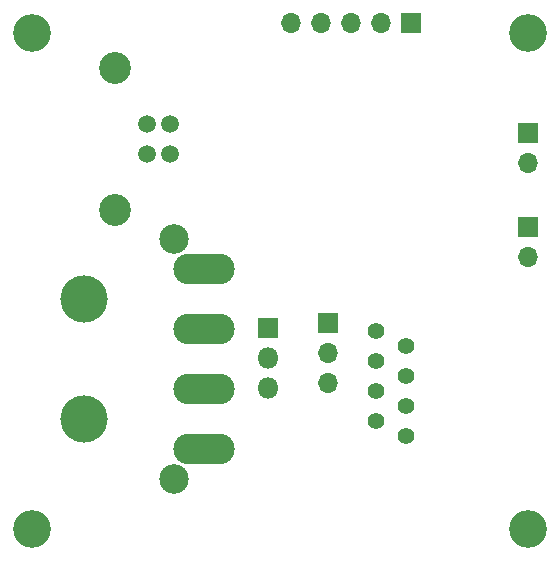
<source format=gbs>
G04 #@! TF.FileFunction,Soldermask,Bot*
%FSLAX46Y46*%
G04 Gerber Fmt 4.6, Leading zero omitted, Abs format (unit mm)*
G04 Created by KiCad (PCBNEW 4.0.6) date 07/30/17 21:30:07*
%MOMM*%
%LPD*%
G01*
G04 APERTURE LIST*
%ADD10C,0.100000*%
%ADD11C,3.200000*%
%ADD12R,1.700000X1.700000*%
%ADD13O,1.700000X1.700000*%
%ADD14O,5.199380X2.598420*%
%ADD15C,3.997960*%
%ADD16C,2.499360*%
%ADD17R,1.800000X1.800000*%
%ADD18O,1.800000X1.800000*%
%ADD19C,1.422400*%
%ADD20C,1.520000*%
%ADD21C,2.700000*%
G04 APERTURE END LIST*
D10*
D11*
X208000000Y-44000000D03*
X250000000Y-44000000D03*
X250000000Y-86000000D03*
X208000000Y-86000000D03*
D12*
X233000000Y-68580000D03*
D13*
X233000000Y-71120000D03*
X233000000Y-73660000D03*
D12*
X240030000Y-43180000D03*
D13*
X237490000Y-43180000D03*
X234950000Y-43180000D03*
X232410000Y-43180000D03*
X229870000Y-43180000D03*
D12*
X250000000Y-60460000D03*
D13*
X250000000Y-63000000D03*
D12*
X250000000Y-52460000D03*
D13*
X250000000Y-55000000D03*
D14*
X222540000Y-79240000D03*
X222540000Y-74160000D03*
X222540000Y-69080000D03*
X222540000Y-64000000D03*
D15*
X212380000Y-76700000D03*
X212380000Y-66540000D03*
D16*
X220000000Y-81780000D03*
X220000000Y-61460000D03*
D17*
X228000000Y-69000000D03*
D18*
X228000000Y-71540000D03*
X228000000Y-74080000D03*
D19*
X239650000Y-78160000D03*
X237110000Y-76890000D03*
X239650000Y-75620000D03*
X237110000Y-74350000D03*
X239650000Y-73080000D03*
X237110000Y-71810000D03*
X239650000Y-70540000D03*
X237110000Y-69270000D03*
D20*
X219700000Y-51730000D03*
X219700000Y-54270000D03*
X217700000Y-54270000D03*
X217700000Y-51730000D03*
D21*
X215000000Y-47000000D03*
X215000000Y-59000000D03*
M02*

</source>
